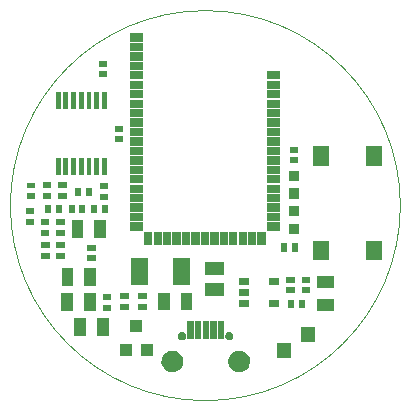
<source format=gts>
G04 (created by PCBNEW (2013-07-07 BZR 4022)-stable) date 2/27/2015 9:27:32 PM*
%MOIN*%
G04 Gerber Fmt 3.4, Leading zero omitted, Abs format*
%FSLAX34Y34*%
G01*
G70*
G90*
G04 APERTURE LIST*
%ADD10C,0.00590551*%
%ADD11C,0.00393701*%
G04 APERTURE END LIST*
G54D10*
G54D11*
X84500Y-52000D02*
G75*
G03X84500Y-52000I-6500J0D01*
G74*
G01*
G54D10*
G36*
X72298Y-52291D02*
X72021Y-52291D01*
X72021Y-52094D01*
X72298Y-52094D01*
X72298Y-52291D01*
X72298Y-52291D01*
G37*
G36*
X72298Y-52645D02*
X72021Y-52645D01*
X72021Y-52448D01*
X72298Y-52448D01*
X72298Y-52645D01*
X72298Y-52645D01*
G37*
G36*
X72329Y-51427D02*
X72052Y-51427D01*
X72052Y-51230D01*
X72329Y-51230D01*
X72329Y-51427D01*
X72329Y-51427D01*
G37*
G36*
X72329Y-51781D02*
X72052Y-51781D01*
X72052Y-51584D01*
X72329Y-51584D01*
X72329Y-51781D01*
X72329Y-51781D01*
G37*
G36*
X72798Y-52651D02*
X72521Y-52651D01*
X72521Y-52454D01*
X72798Y-52454D01*
X72798Y-52651D01*
X72798Y-52651D01*
G37*
G36*
X72798Y-53005D02*
X72521Y-53005D01*
X72521Y-52808D01*
X72798Y-52808D01*
X72798Y-53005D01*
X72798Y-53005D01*
G37*
G36*
X72808Y-53411D02*
X72531Y-53411D01*
X72531Y-53214D01*
X72808Y-53214D01*
X72808Y-53411D01*
X72808Y-53411D01*
G37*
G36*
X72808Y-53765D02*
X72531Y-53765D01*
X72531Y-53568D01*
X72808Y-53568D01*
X72808Y-53765D01*
X72808Y-53765D01*
G37*
G36*
X72861Y-52258D02*
X72664Y-52258D01*
X72664Y-51981D01*
X72861Y-51981D01*
X72861Y-52258D01*
X72861Y-52258D01*
G37*
G36*
X72868Y-51421D02*
X72591Y-51421D01*
X72591Y-51224D01*
X72868Y-51224D01*
X72868Y-51421D01*
X72868Y-51421D01*
G37*
G36*
X72868Y-51775D02*
X72591Y-51775D01*
X72591Y-51578D01*
X72868Y-51578D01*
X72868Y-51775D01*
X72868Y-51775D01*
G37*
G36*
X73174Y-48781D02*
X73015Y-48781D01*
X73015Y-48228D01*
X73174Y-48228D01*
X73174Y-48781D01*
X73174Y-48781D01*
G37*
G36*
X73179Y-50981D02*
X73020Y-50981D01*
X73020Y-50428D01*
X73179Y-50428D01*
X73179Y-50981D01*
X73179Y-50981D01*
G37*
G36*
X73215Y-52258D02*
X73018Y-52258D01*
X73018Y-51981D01*
X73215Y-51981D01*
X73215Y-52258D01*
X73215Y-52258D01*
G37*
G36*
X73308Y-52651D02*
X73031Y-52651D01*
X73031Y-52454D01*
X73308Y-52454D01*
X73308Y-52651D01*
X73308Y-52651D01*
G37*
G36*
X73308Y-53005D02*
X73031Y-53005D01*
X73031Y-52808D01*
X73308Y-52808D01*
X73308Y-53005D01*
X73308Y-53005D01*
G37*
G36*
X73308Y-53411D02*
X73031Y-53411D01*
X73031Y-53214D01*
X73308Y-53214D01*
X73308Y-53411D01*
X73308Y-53411D01*
G37*
G36*
X73308Y-53765D02*
X73031Y-53765D01*
X73031Y-53568D01*
X73308Y-53568D01*
X73308Y-53765D01*
X73308Y-53765D01*
G37*
G36*
X73378Y-51421D02*
X73101Y-51421D01*
X73101Y-51224D01*
X73378Y-51224D01*
X73378Y-51421D01*
X73378Y-51421D01*
G37*
G36*
X73378Y-51775D02*
X73101Y-51775D01*
X73101Y-51578D01*
X73378Y-51578D01*
X73378Y-51775D01*
X73378Y-51775D01*
G37*
G36*
X73429Y-48781D02*
X73270Y-48781D01*
X73270Y-48228D01*
X73429Y-48228D01*
X73429Y-48781D01*
X73429Y-48781D01*
G37*
G36*
X73429Y-50981D02*
X73270Y-50981D01*
X73270Y-50428D01*
X73429Y-50428D01*
X73429Y-50981D01*
X73429Y-50981D01*
G37*
G36*
X73590Y-55510D02*
X73199Y-55510D01*
X73199Y-54919D01*
X73590Y-54919D01*
X73590Y-55510D01*
X73590Y-55510D01*
G37*
G36*
X73600Y-54665D02*
X73209Y-54665D01*
X73209Y-54074D01*
X73600Y-54074D01*
X73600Y-54665D01*
X73600Y-54665D01*
G37*
G36*
X73641Y-52258D02*
X73444Y-52258D01*
X73444Y-51981D01*
X73641Y-51981D01*
X73641Y-52258D01*
X73641Y-52258D01*
G37*
G36*
X73684Y-48781D02*
X73525Y-48781D01*
X73525Y-48228D01*
X73684Y-48228D01*
X73684Y-48781D01*
X73684Y-48781D01*
G37*
G36*
X73689Y-50981D02*
X73530Y-50981D01*
X73530Y-50428D01*
X73689Y-50428D01*
X73689Y-50981D01*
X73689Y-50981D01*
G37*
G36*
X73865Y-51677D02*
X73668Y-51677D01*
X73668Y-51400D01*
X73865Y-51400D01*
X73865Y-51677D01*
X73865Y-51677D01*
G37*
G36*
X73930Y-53065D02*
X73539Y-53065D01*
X73539Y-52474D01*
X73930Y-52474D01*
X73930Y-53065D01*
X73930Y-53065D01*
G37*
G36*
X73939Y-48781D02*
X73780Y-48781D01*
X73780Y-48228D01*
X73939Y-48228D01*
X73939Y-48781D01*
X73939Y-48781D01*
G37*
G36*
X73939Y-50981D02*
X73780Y-50981D01*
X73780Y-50428D01*
X73939Y-50428D01*
X73939Y-50981D01*
X73939Y-50981D01*
G37*
G36*
X73995Y-52258D02*
X73798Y-52258D01*
X73798Y-51981D01*
X73995Y-51981D01*
X73995Y-52258D01*
X73995Y-52258D01*
G37*
G36*
X74025Y-56350D02*
X73634Y-56350D01*
X73634Y-55759D01*
X74025Y-55759D01*
X74025Y-56350D01*
X74025Y-56350D01*
G37*
G36*
X74199Y-48781D02*
X74040Y-48781D01*
X74040Y-48228D01*
X74199Y-48228D01*
X74199Y-48781D01*
X74199Y-48781D01*
G37*
G36*
X74199Y-50981D02*
X74040Y-50981D01*
X74040Y-50428D01*
X74199Y-50428D01*
X74199Y-50981D01*
X74199Y-50981D01*
G37*
G36*
X74219Y-51677D02*
X74022Y-51677D01*
X74022Y-51400D01*
X74219Y-51400D01*
X74219Y-51677D01*
X74219Y-51677D01*
G37*
G36*
X74338Y-53499D02*
X74061Y-53499D01*
X74061Y-53302D01*
X74338Y-53302D01*
X74338Y-53499D01*
X74338Y-53499D01*
G37*
G36*
X74338Y-53853D02*
X74061Y-53853D01*
X74061Y-53656D01*
X74338Y-53656D01*
X74338Y-53853D01*
X74338Y-53853D01*
G37*
G36*
X74340Y-55510D02*
X73949Y-55510D01*
X73949Y-54919D01*
X74340Y-54919D01*
X74340Y-55510D01*
X74340Y-55510D01*
G37*
G36*
X74350Y-54665D02*
X73959Y-54665D01*
X73959Y-54074D01*
X74350Y-54074D01*
X74350Y-54665D01*
X74350Y-54665D01*
G37*
G36*
X74396Y-52257D02*
X74199Y-52257D01*
X74199Y-51980D01*
X74396Y-51980D01*
X74396Y-52257D01*
X74396Y-52257D01*
G37*
G36*
X74454Y-48781D02*
X74295Y-48781D01*
X74295Y-48228D01*
X74454Y-48228D01*
X74454Y-48781D01*
X74454Y-48781D01*
G37*
G36*
X74454Y-50981D02*
X74295Y-50981D01*
X74295Y-50428D01*
X74454Y-50428D01*
X74454Y-50981D01*
X74454Y-50981D01*
G37*
G36*
X74680Y-53065D02*
X74289Y-53065D01*
X74289Y-52474D01*
X74680Y-52474D01*
X74680Y-53065D01*
X74680Y-53065D01*
G37*
G36*
X74709Y-48781D02*
X74550Y-48781D01*
X74550Y-48228D01*
X74709Y-48228D01*
X74709Y-48781D01*
X74709Y-48781D01*
G37*
G36*
X74709Y-50981D02*
X74550Y-50981D01*
X74550Y-50428D01*
X74709Y-50428D01*
X74709Y-50981D01*
X74709Y-50981D01*
G37*
G36*
X74733Y-47366D02*
X74456Y-47366D01*
X74456Y-47169D01*
X74733Y-47169D01*
X74733Y-47366D01*
X74733Y-47366D01*
G37*
G36*
X74733Y-47720D02*
X74456Y-47720D01*
X74456Y-47523D01*
X74733Y-47523D01*
X74733Y-47720D01*
X74733Y-47720D01*
G37*
G36*
X74750Y-52257D02*
X74553Y-52257D01*
X74553Y-51980D01*
X74750Y-51980D01*
X74750Y-52257D01*
X74750Y-52257D01*
G37*
G36*
X74766Y-51442D02*
X74489Y-51442D01*
X74489Y-51245D01*
X74766Y-51245D01*
X74766Y-51442D01*
X74766Y-51442D01*
G37*
G36*
X74766Y-51796D02*
X74489Y-51796D01*
X74489Y-51599D01*
X74766Y-51599D01*
X74766Y-51796D01*
X74766Y-51796D01*
G37*
G36*
X74775Y-56350D02*
X74384Y-56350D01*
X74384Y-55759D01*
X74775Y-55759D01*
X74775Y-56350D01*
X74775Y-56350D01*
G37*
G36*
X74858Y-55151D02*
X74581Y-55151D01*
X74581Y-54954D01*
X74858Y-54954D01*
X74858Y-55151D01*
X74858Y-55151D01*
G37*
G36*
X74858Y-55505D02*
X74581Y-55505D01*
X74581Y-55308D01*
X74858Y-55308D01*
X74858Y-55505D01*
X74858Y-55505D01*
G37*
G36*
X75248Y-49530D02*
X74971Y-49530D01*
X74971Y-49333D01*
X75248Y-49333D01*
X75248Y-49530D01*
X75248Y-49530D01*
G37*
G36*
X75248Y-49884D02*
X74971Y-49884D01*
X74971Y-49687D01*
X75248Y-49687D01*
X75248Y-49884D01*
X75248Y-49884D01*
G37*
G36*
X75438Y-55121D02*
X75161Y-55121D01*
X75161Y-54924D01*
X75438Y-54924D01*
X75438Y-55121D01*
X75438Y-55121D01*
G37*
G36*
X75438Y-55475D02*
X75161Y-55475D01*
X75161Y-55278D01*
X75438Y-55278D01*
X75438Y-55475D01*
X75438Y-55475D01*
G37*
G36*
X75550Y-57000D02*
X75149Y-57000D01*
X75149Y-56599D01*
X75550Y-56599D01*
X75550Y-57000D01*
X75550Y-57000D01*
G37*
G36*
X75900Y-56200D02*
X75499Y-56200D01*
X75499Y-55799D01*
X75900Y-55799D01*
X75900Y-56200D01*
X75900Y-56200D01*
G37*
G36*
X75918Y-46535D02*
X75485Y-46535D01*
X75485Y-46260D01*
X75918Y-46260D01*
X75918Y-46535D01*
X75918Y-46535D01*
G37*
G36*
X75918Y-46850D02*
X75485Y-46850D01*
X75485Y-46574D01*
X75918Y-46574D01*
X75918Y-46850D01*
X75918Y-46850D01*
G37*
G36*
X75918Y-47165D02*
X75485Y-47165D01*
X75485Y-46889D01*
X75918Y-46889D01*
X75918Y-47165D01*
X75918Y-47165D01*
G37*
G36*
X75918Y-47480D02*
X75485Y-47480D01*
X75485Y-47204D01*
X75918Y-47204D01*
X75918Y-47480D01*
X75918Y-47480D01*
G37*
G36*
X75918Y-47795D02*
X75485Y-47795D01*
X75485Y-47519D01*
X75918Y-47519D01*
X75918Y-47795D01*
X75918Y-47795D01*
G37*
G36*
X75918Y-48110D02*
X75485Y-48110D01*
X75485Y-47834D01*
X75918Y-47834D01*
X75918Y-48110D01*
X75918Y-48110D01*
G37*
G36*
X75918Y-48425D02*
X75485Y-48425D01*
X75485Y-48149D01*
X75918Y-48149D01*
X75918Y-48425D01*
X75918Y-48425D01*
G37*
G36*
X75918Y-48740D02*
X75485Y-48740D01*
X75485Y-48464D01*
X75918Y-48464D01*
X75918Y-48740D01*
X75918Y-48740D01*
G37*
G36*
X75918Y-49055D02*
X75485Y-49055D01*
X75485Y-48779D01*
X75918Y-48779D01*
X75918Y-49055D01*
X75918Y-49055D01*
G37*
G36*
X75918Y-49370D02*
X75485Y-49370D01*
X75485Y-49094D01*
X75918Y-49094D01*
X75918Y-49370D01*
X75918Y-49370D01*
G37*
G36*
X75918Y-49685D02*
X75485Y-49685D01*
X75485Y-49409D01*
X75918Y-49409D01*
X75918Y-49685D01*
X75918Y-49685D01*
G37*
G36*
X75918Y-50000D02*
X75485Y-50000D01*
X75485Y-49724D01*
X75918Y-49724D01*
X75918Y-50000D01*
X75918Y-50000D01*
G37*
G36*
X75918Y-50315D02*
X75485Y-50315D01*
X75485Y-50039D01*
X75918Y-50039D01*
X75918Y-50315D01*
X75918Y-50315D01*
G37*
G36*
X75918Y-50630D02*
X75485Y-50630D01*
X75485Y-50354D01*
X75918Y-50354D01*
X75918Y-50630D01*
X75918Y-50630D01*
G37*
G36*
X75918Y-50945D02*
X75485Y-50945D01*
X75485Y-50669D01*
X75918Y-50669D01*
X75918Y-50945D01*
X75918Y-50945D01*
G37*
G36*
X75918Y-51260D02*
X75485Y-51260D01*
X75485Y-50984D01*
X75918Y-50984D01*
X75918Y-51260D01*
X75918Y-51260D01*
G37*
G36*
X75918Y-51575D02*
X75485Y-51575D01*
X75485Y-51299D01*
X75918Y-51299D01*
X75918Y-51575D01*
X75918Y-51575D01*
G37*
G36*
X75918Y-51890D02*
X75485Y-51890D01*
X75485Y-51614D01*
X75918Y-51614D01*
X75918Y-51890D01*
X75918Y-51890D01*
G37*
G36*
X75918Y-52205D02*
X75485Y-52205D01*
X75485Y-51929D01*
X75918Y-51929D01*
X75918Y-52205D01*
X75918Y-52205D01*
G37*
G36*
X75918Y-52520D02*
X75485Y-52520D01*
X75485Y-52244D01*
X75918Y-52244D01*
X75918Y-52520D01*
X75918Y-52520D01*
G37*
G36*
X75918Y-52835D02*
X75485Y-52835D01*
X75485Y-52559D01*
X75918Y-52559D01*
X75918Y-52835D01*
X75918Y-52835D01*
G37*
G36*
X76038Y-55121D02*
X75761Y-55121D01*
X75761Y-54924D01*
X76038Y-54924D01*
X76038Y-55121D01*
X76038Y-55121D01*
G37*
G36*
X76038Y-55475D02*
X75761Y-55475D01*
X75761Y-55278D01*
X76038Y-55278D01*
X76038Y-55475D01*
X76038Y-55475D01*
G37*
G36*
X76089Y-54643D02*
X75510Y-54643D01*
X75510Y-53756D01*
X76089Y-53756D01*
X76089Y-54643D01*
X76089Y-54643D01*
G37*
G36*
X76233Y-53307D02*
X75957Y-53307D01*
X75957Y-52874D01*
X76233Y-52874D01*
X76233Y-53307D01*
X76233Y-53307D01*
G37*
G36*
X76250Y-57000D02*
X75849Y-57000D01*
X75849Y-56599D01*
X76250Y-56599D01*
X76250Y-57000D01*
X76250Y-57000D01*
G37*
G36*
X76548Y-53307D02*
X76272Y-53307D01*
X76272Y-52874D01*
X76548Y-52874D01*
X76548Y-53307D01*
X76548Y-53307D01*
G37*
G36*
X76820Y-55495D02*
X76429Y-55495D01*
X76429Y-54904D01*
X76820Y-54904D01*
X76820Y-55495D01*
X76820Y-55495D01*
G37*
G36*
X76863Y-53307D02*
X76587Y-53307D01*
X76587Y-52874D01*
X76863Y-52874D01*
X76863Y-53307D01*
X76863Y-53307D01*
G37*
G36*
X77178Y-53307D02*
X76902Y-53307D01*
X76902Y-52874D01*
X77178Y-52874D01*
X77178Y-53307D01*
X77178Y-53307D01*
G37*
G36*
X77261Y-57160D02*
X77260Y-57240D01*
X77244Y-57310D01*
X77216Y-57374D01*
X77174Y-57433D01*
X77124Y-57481D01*
X77063Y-57520D01*
X76998Y-57545D01*
X76926Y-57557D01*
X76857Y-57556D01*
X76786Y-57540D01*
X76723Y-57512D01*
X76663Y-57471D01*
X76615Y-57421D01*
X76576Y-57360D01*
X76550Y-57296D01*
X76537Y-57224D01*
X76538Y-57155D01*
X76553Y-57084D01*
X76580Y-57020D01*
X76621Y-56961D01*
X76671Y-56912D01*
X76732Y-56872D01*
X76796Y-56846D01*
X76867Y-56833D01*
X76936Y-56833D01*
X77008Y-56848D01*
X77071Y-56875D01*
X77132Y-56915D01*
X77180Y-56964D01*
X77220Y-57024D01*
X77221Y-57025D01*
X77247Y-57089D01*
X77261Y-57159D01*
X77261Y-57160D01*
X77261Y-57160D01*
G37*
G36*
X77360Y-56336D02*
X77359Y-56365D01*
X77353Y-56392D01*
X77343Y-56415D01*
X77327Y-56438D01*
X77308Y-56455D01*
X77285Y-56470D01*
X77261Y-56479D01*
X77234Y-56484D01*
X77209Y-56484D01*
X77181Y-56477D01*
X77158Y-56467D01*
X77135Y-56451D01*
X77118Y-56433D01*
X77103Y-56410D01*
X77094Y-56387D01*
X77088Y-56359D01*
X77089Y-56334D01*
X77095Y-56306D01*
X77104Y-56284D01*
X77120Y-56260D01*
X77138Y-56243D01*
X77162Y-56227D01*
X77185Y-56218D01*
X77213Y-56213D01*
X77237Y-56213D01*
X77265Y-56219D01*
X77288Y-56228D01*
X77312Y-56244D01*
X77329Y-56262D01*
X77344Y-56285D01*
X77345Y-56285D01*
X77354Y-56308D01*
X77359Y-56335D01*
X77360Y-56336D01*
X77360Y-56336D01*
G37*
G36*
X77489Y-54643D02*
X76910Y-54643D01*
X76910Y-53756D01*
X77489Y-53756D01*
X77489Y-54643D01*
X77489Y-54643D01*
G37*
G36*
X77493Y-53307D02*
X77217Y-53307D01*
X77217Y-52874D01*
X77493Y-52874D01*
X77493Y-53307D01*
X77493Y-53307D01*
G37*
G36*
X77570Y-55495D02*
X77179Y-55495D01*
X77179Y-54904D01*
X77570Y-54904D01*
X77570Y-55495D01*
X77570Y-55495D01*
G37*
G36*
X77606Y-56435D02*
X77394Y-56435D01*
X77394Y-55849D01*
X77606Y-55849D01*
X77606Y-56435D01*
X77606Y-56435D01*
G37*
G36*
X77808Y-53307D02*
X77532Y-53307D01*
X77532Y-52874D01*
X77808Y-52874D01*
X77808Y-53307D01*
X77808Y-53307D01*
G37*
G36*
X77862Y-56435D02*
X77650Y-56435D01*
X77650Y-55849D01*
X77862Y-55849D01*
X77862Y-56435D01*
X77862Y-56435D01*
G37*
G36*
X78117Y-56435D02*
X77906Y-56435D01*
X77906Y-55849D01*
X78117Y-55849D01*
X78117Y-56435D01*
X78117Y-56435D01*
G37*
G36*
X78123Y-53307D02*
X77847Y-53307D01*
X77847Y-52874D01*
X78123Y-52874D01*
X78123Y-53307D01*
X78123Y-53307D01*
G37*
G36*
X78373Y-56435D02*
X78161Y-56435D01*
X78161Y-55849D01*
X78373Y-55849D01*
X78373Y-56435D01*
X78373Y-56435D01*
G37*
G36*
X78438Y-53307D02*
X78162Y-53307D01*
X78162Y-52874D01*
X78438Y-52874D01*
X78438Y-53307D01*
X78438Y-53307D01*
G37*
G36*
X78615Y-54316D02*
X77984Y-54316D01*
X77984Y-53883D01*
X78615Y-53883D01*
X78615Y-54316D01*
X78615Y-54316D01*
G37*
G36*
X78615Y-55016D02*
X77984Y-55016D01*
X77984Y-54583D01*
X78615Y-54583D01*
X78615Y-55016D01*
X78615Y-55016D01*
G37*
G36*
X78629Y-56435D02*
X78417Y-56435D01*
X78417Y-55849D01*
X78629Y-55849D01*
X78629Y-56435D01*
X78629Y-56435D01*
G37*
G36*
X78753Y-53307D02*
X78477Y-53307D01*
X78477Y-52874D01*
X78753Y-52874D01*
X78753Y-53307D01*
X78753Y-53307D01*
G37*
G36*
X78934Y-56336D02*
X78934Y-56365D01*
X78927Y-56392D01*
X78917Y-56415D01*
X78901Y-56438D01*
X78883Y-56455D01*
X78859Y-56470D01*
X78836Y-56479D01*
X78808Y-56484D01*
X78783Y-56484D01*
X78756Y-56477D01*
X78733Y-56467D01*
X78710Y-56451D01*
X78692Y-56433D01*
X78677Y-56410D01*
X78668Y-56387D01*
X78663Y-56359D01*
X78663Y-56334D01*
X78669Y-56306D01*
X78679Y-56284D01*
X78695Y-56260D01*
X78713Y-56243D01*
X78736Y-56227D01*
X78759Y-56218D01*
X78787Y-56213D01*
X78812Y-56213D01*
X78840Y-56219D01*
X78862Y-56228D01*
X78886Y-56244D01*
X78903Y-56262D01*
X78919Y-56285D01*
X78919Y-56285D01*
X78928Y-56308D01*
X78934Y-56335D01*
X78934Y-56336D01*
X78934Y-56336D01*
G37*
G36*
X79068Y-53307D02*
X78792Y-53307D01*
X78792Y-52874D01*
X79068Y-52874D01*
X79068Y-53307D01*
X79068Y-53307D01*
G37*
G36*
X79383Y-53307D02*
X79107Y-53307D01*
X79107Y-52874D01*
X79383Y-52874D01*
X79383Y-53307D01*
X79383Y-53307D01*
G37*
G36*
X79455Y-54645D02*
X79114Y-54645D01*
X79114Y-54404D01*
X79455Y-54404D01*
X79455Y-54645D01*
X79455Y-54645D01*
G37*
G36*
X79455Y-55020D02*
X79114Y-55020D01*
X79114Y-54779D01*
X79455Y-54779D01*
X79455Y-55020D01*
X79455Y-55020D01*
G37*
G36*
X79455Y-55395D02*
X79114Y-55395D01*
X79114Y-55154D01*
X79455Y-55154D01*
X79455Y-55395D01*
X79455Y-55395D01*
G37*
G36*
X79486Y-57160D02*
X79484Y-57240D01*
X79468Y-57310D01*
X79440Y-57374D01*
X79398Y-57433D01*
X79348Y-57481D01*
X79287Y-57520D01*
X79222Y-57545D01*
X79151Y-57557D01*
X79081Y-57556D01*
X79011Y-57540D01*
X78947Y-57512D01*
X78888Y-57471D01*
X78839Y-57421D01*
X78800Y-57360D01*
X78775Y-57296D01*
X78761Y-57224D01*
X78762Y-57155D01*
X78777Y-57084D01*
X78805Y-57020D01*
X78846Y-56961D01*
X78895Y-56912D01*
X78956Y-56872D01*
X79020Y-56846D01*
X79092Y-56833D01*
X79161Y-56833D01*
X79232Y-56848D01*
X79296Y-56875D01*
X79356Y-56915D01*
X79405Y-56964D01*
X79445Y-57024D01*
X79445Y-57025D01*
X79471Y-57089D01*
X79485Y-57159D01*
X79486Y-57160D01*
X79486Y-57160D01*
G37*
G36*
X79698Y-53307D02*
X79422Y-53307D01*
X79422Y-52874D01*
X79698Y-52874D01*
X79698Y-53307D01*
X79698Y-53307D01*
G37*
G36*
X80013Y-53307D02*
X79737Y-53307D01*
X79737Y-52874D01*
X80013Y-52874D01*
X80013Y-53307D01*
X80013Y-53307D01*
G37*
G36*
X80455Y-54645D02*
X80114Y-54645D01*
X80114Y-54404D01*
X80455Y-54404D01*
X80455Y-54645D01*
X80455Y-54645D01*
G37*
G36*
X80455Y-55395D02*
X80114Y-55395D01*
X80114Y-55154D01*
X80455Y-55154D01*
X80455Y-55395D01*
X80455Y-55395D01*
G37*
G36*
X80485Y-47795D02*
X80052Y-47795D01*
X80052Y-47519D01*
X80485Y-47519D01*
X80485Y-47795D01*
X80485Y-47795D01*
G37*
G36*
X80485Y-48110D02*
X80052Y-48110D01*
X80052Y-47834D01*
X80485Y-47834D01*
X80485Y-48110D01*
X80485Y-48110D01*
G37*
G36*
X80485Y-48425D02*
X80052Y-48425D01*
X80052Y-48149D01*
X80485Y-48149D01*
X80485Y-48425D01*
X80485Y-48425D01*
G37*
G36*
X80485Y-48740D02*
X80052Y-48740D01*
X80052Y-48464D01*
X80485Y-48464D01*
X80485Y-48740D01*
X80485Y-48740D01*
G37*
G36*
X80485Y-49055D02*
X80052Y-49055D01*
X80052Y-48779D01*
X80485Y-48779D01*
X80485Y-49055D01*
X80485Y-49055D01*
G37*
G36*
X80485Y-49370D02*
X80052Y-49370D01*
X80052Y-49094D01*
X80485Y-49094D01*
X80485Y-49370D01*
X80485Y-49370D01*
G37*
G36*
X80485Y-49685D02*
X80052Y-49685D01*
X80052Y-49409D01*
X80485Y-49409D01*
X80485Y-49685D01*
X80485Y-49685D01*
G37*
G36*
X80485Y-50000D02*
X80052Y-50000D01*
X80052Y-49724D01*
X80485Y-49724D01*
X80485Y-50000D01*
X80485Y-50000D01*
G37*
G36*
X80485Y-50315D02*
X80052Y-50315D01*
X80052Y-50039D01*
X80485Y-50039D01*
X80485Y-50315D01*
X80485Y-50315D01*
G37*
G36*
X80485Y-50630D02*
X80052Y-50630D01*
X80052Y-50354D01*
X80485Y-50354D01*
X80485Y-50630D01*
X80485Y-50630D01*
G37*
G36*
X80485Y-50945D02*
X80052Y-50945D01*
X80052Y-50669D01*
X80485Y-50669D01*
X80485Y-50945D01*
X80485Y-50945D01*
G37*
G36*
X80485Y-51260D02*
X80052Y-51260D01*
X80052Y-50984D01*
X80485Y-50984D01*
X80485Y-51260D01*
X80485Y-51260D01*
G37*
G36*
X80485Y-51575D02*
X80052Y-51575D01*
X80052Y-51299D01*
X80485Y-51299D01*
X80485Y-51575D01*
X80485Y-51575D01*
G37*
G36*
X80485Y-51890D02*
X80052Y-51890D01*
X80052Y-51614D01*
X80485Y-51614D01*
X80485Y-51890D01*
X80485Y-51890D01*
G37*
G36*
X80485Y-52205D02*
X80052Y-52205D01*
X80052Y-51929D01*
X80485Y-51929D01*
X80485Y-52205D01*
X80485Y-52205D01*
G37*
G36*
X80485Y-52520D02*
X80052Y-52520D01*
X80052Y-52244D01*
X80485Y-52244D01*
X80485Y-52520D01*
X80485Y-52520D01*
G37*
G36*
X80485Y-52835D02*
X80052Y-52835D01*
X80052Y-52559D01*
X80485Y-52559D01*
X80485Y-52835D01*
X80485Y-52835D01*
G37*
G36*
X80721Y-53538D02*
X80524Y-53538D01*
X80524Y-53261D01*
X80721Y-53261D01*
X80721Y-53538D01*
X80721Y-53538D01*
G37*
G36*
X80846Y-57091D02*
X80373Y-57091D01*
X80373Y-56578D01*
X80846Y-56578D01*
X80846Y-57091D01*
X80846Y-57091D01*
G37*
G36*
X80966Y-55428D02*
X80769Y-55428D01*
X80769Y-55151D01*
X80966Y-55151D01*
X80966Y-55428D01*
X80966Y-55428D01*
G37*
G36*
X80973Y-54566D02*
X80696Y-54566D01*
X80696Y-54369D01*
X80973Y-54369D01*
X80973Y-54566D01*
X80973Y-54566D01*
G37*
G36*
X80973Y-54920D02*
X80696Y-54920D01*
X80696Y-54723D01*
X80973Y-54723D01*
X80973Y-54920D01*
X80973Y-54920D01*
G37*
G36*
X81075Y-53538D02*
X80878Y-53538D01*
X80878Y-53261D01*
X81075Y-53261D01*
X81075Y-53538D01*
X81075Y-53538D01*
G37*
G36*
X81088Y-50231D02*
X80811Y-50231D01*
X80811Y-50034D01*
X81088Y-50034D01*
X81088Y-50231D01*
X81088Y-50231D01*
G37*
G36*
X81088Y-50585D02*
X80811Y-50585D01*
X80811Y-50388D01*
X81088Y-50388D01*
X81088Y-50585D01*
X81088Y-50585D01*
G37*
G36*
X81127Y-51192D02*
X80772Y-51192D01*
X80772Y-50837D01*
X81127Y-50837D01*
X81127Y-51192D01*
X81127Y-51192D01*
G37*
G36*
X81127Y-51782D02*
X80772Y-51782D01*
X80772Y-51427D01*
X81127Y-51427D01*
X81127Y-51782D01*
X81127Y-51782D01*
G37*
G36*
X81137Y-52362D02*
X80782Y-52362D01*
X80782Y-52007D01*
X81137Y-52007D01*
X81137Y-52362D01*
X81137Y-52362D01*
G37*
G36*
X81137Y-52952D02*
X80782Y-52952D01*
X80782Y-52597D01*
X81137Y-52597D01*
X81137Y-52952D01*
X81137Y-52952D01*
G37*
G36*
X81320Y-55428D02*
X81123Y-55428D01*
X81123Y-55151D01*
X81320Y-55151D01*
X81320Y-55428D01*
X81320Y-55428D01*
G37*
G36*
X81483Y-54566D02*
X81206Y-54566D01*
X81206Y-54369D01*
X81483Y-54369D01*
X81483Y-54566D01*
X81483Y-54566D01*
G37*
G36*
X81483Y-54920D02*
X81206Y-54920D01*
X81206Y-54723D01*
X81483Y-54723D01*
X81483Y-54920D01*
X81483Y-54920D01*
G37*
G36*
X81656Y-56551D02*
X81183Y-56551D01*
X81183Y-56038D01*
X81656Y-56038D01*
X81656Y-56551D01*
X81656Y-56551D01*
G37*
G36*
X82132Y-50671D02*
X81581Y-50671D01*
X81581Y-50020D01*
X82132Y-50020D01*
X82132Y-50671D01*
X82132Y-50671D01*
G37*
G36*
X82132Y-53819D02*
X81581Y-53819D01*
X81581Y-53168D01*
X82132Y-53168D01*
X82132Y-53819D01*
X82132Y-53819D01*
G37*
G36*
X82300Y-54750D02*
X81709Y-54750D01*
X81709Y-54359D01*
X82300Y-54359D01*
X82300Y-54750D01*
X82300Y-54750D01*
G37*
G36*
X82300Y-55500D02*
X81709Y-55500D01*
X81709Y-55109D01*
X82300Y-55109D01*
X82300Y-55500D01*
X82300Y-55500D01*
G37*
G36*
X83902Y-50671D02*
X83351Y-50671D01*
X83351Y-50020D01*
X83902Y-50020D01*
X83902Y-50671D01*
X83902Y-50671D01*
G37*
G36*
X83902Y-53819D02*
X83351Y-53819D01*
X83351Y-53168D01*
X83902Y-53168D01*
X83902Y-53819D01*
X83902Y-53819D01*
G37*
M02*

</source>
